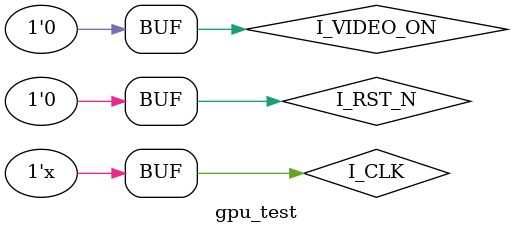
<source format=v>
`timescale 1ns/1ps
module gpu_test();
wire I_GPU_DATA, O_GPU_DATA, O_GPU_ADDR,
  O_GPU_READ,
  O_GPU_WRITE,
  O_HEX0,
  O_HEX1, 
  O_HEX2, 
  O_HEX3;
reg I_CLK, I_RST_N, I_VIDEO_ON;

Gpu gpu(
  I_CLK, 
  I_RST_N,
  I_VIDEO_ON, 
  // GPU-SRAM interface
  I_GPU_DATA, 
  O_GPU_DATA,
  O_GPU_ADDR,
  O_GPU_READ,
  O_GPU_WRITE,
  O_HEX0,
  O_HEX1, 
  O_HEX2, 
  O_HEX3);
  
  initial begin
		#1 I_CLK <= 1;
		#1 I_VIDEO_ON <= 0;
		#1 I_RST_N <= 0;
  end
  
  always
  #1 I_CLK = ~I_CLK;
  
  endmodule 


</source>
